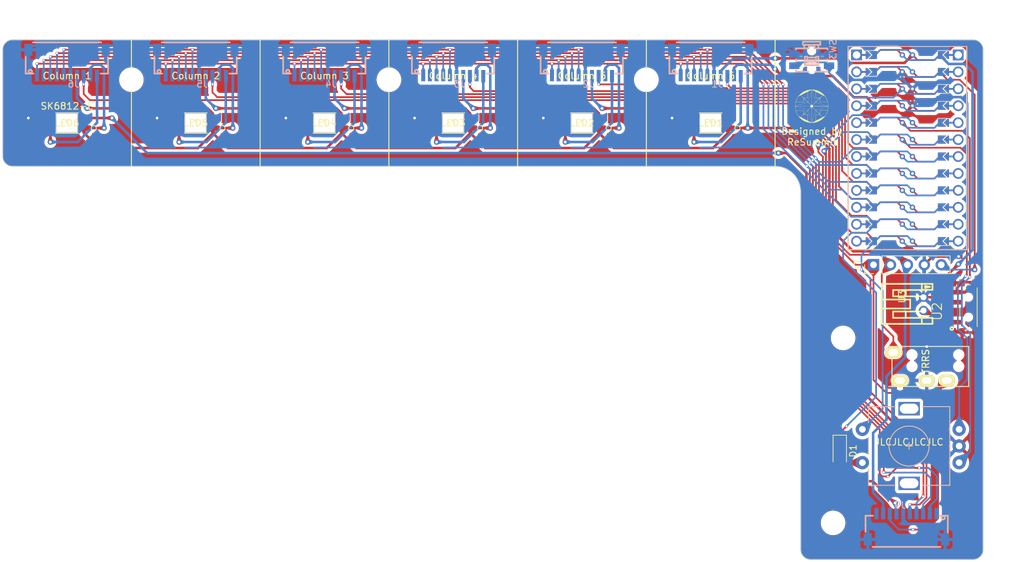
<source format=kicad_pcb>
(kicad_pcb (version 20221018) (generator pcbnew)
  (layers (0 "F.Cu" signal) (31 "B.Cu" signal) (34 "B.Paste" user) (35 "F.Paste" user) (36 "B.SilkS" user "B.Silkscreen") (37 "F.SilkS" user "F.Silkscreen") (38 "B.Mask" user) (39 "F.Mask" user) (44 "Edge.Cuts" user))
  (net 0 "")
  (net 1 "GND")
  (net 2 "/Row1")
  (net 3 "/Row2")
  (net 4 "/Row3")
  (net 5 "/Row4")
  (net 6 "/V+")
  (net 7 "SCL")
  (net 8 "SDA")
  (net 9 "/RGB_In1")
  (net 10 "/Col_In1")
  (net 11 "/Col_In2")
  (net 12 "/Col_In3")
  (net 13 "/Col_In4")
  (net 14 "/Col_In5")
  (net 15 "/Col_In6")
  (net 16 "/V_bat")
  (net 17 "RESET")
  (net 18 "ENCA")
  (net 19 "ENCB")
  (net 20 "/RGB_In2")
  (net 21 "/RGB_In3")
  (net 22 "/RGB_In4")
  (net 23 "/RGB_In5")
  (net 24 "/RGB_In6")
  (net 25 "unconnected-(J8-Pad1)")
  (net 26 "Net-(U2-PadL2)")
  (net 27 "/Row5")
  (net 28 "Net-(D1-A)")
  (net 29 "CS")
  (net 30 "/RGB_In7")
  (net 31 "/Col_InT")
  (net 33 "/RGB_Out7")
  (net 34 "/RGB_Out1")
  (net 35 "/RGB_Out2")
  (net 36 "/RGB_Out3")
  (net 37 "/RGB_Out4")
  (net 38 "/RGB_Out5")
  (net 39 "/RGB_Out6")
  (footprint "Seismos-libs:RotaryEncoder_Alps_EC11E-Switch_Vertical_H20mm-keebio_modified" (layer "F.Cu") (at 165.89 80.96 180)
    (fp_text reference "SW1" hide)
    (fp_text value "RotaryEncoder_Switch")
  )
  (footprint "Seismos-libs:MJ-4PP-9" (layer "F.Cu") (at 174.83 69.025 -90)
    (fp_text reference "J8")
    (fp_text value "MJ-4PP-9-Lily58" hide)
  )
  (footprint "Seismos-libs:Hole_M3_3.2mm" (layer "F.Cu") (at 156 64.75)
    (fp_text reference "")
    (fp_text value "Hole_M3_3.2mm")
  )
  (footprint "Seismos-libs:Hole_M3_3.2mm" (layer "F.Cu") (at 87.6 26)
    (fp_text reference "2")
    (fp_text value "Hole_M3_3.2mm")
  )
  (footprint "Connector_PinHeader_2.54mm:PinHeader_1x05_P2.54mm_Vertical" (layer "F.Cu") (at 160.556 53.766 90)
    (fp_text reference "J7")
    (fp_text value "Conn_01x05_Pin")
  )
  (footprint "Seismos-libs:SW_PCM12SMTR" (layer "F.Cu") (at 174.8 60.132 90)
    (fp_text reference "U2")
    (fp_text value "MSK-12C02_SMD_SPDT_SWITCH")
  )
  (footprint "Seismos-libs:Hole_M3_3.2mm" (layer "F.Cu") (at 49 26)
    (fp_text reference "")
    (fp_text value "Hole_M3_3.2mm")
  )
  (footprint "Seismos-libs:CONN-TH_S2B-PH-K-S-GW" (layer "F.Cu") (at 168.0505 59.632 90)
    (fp_text reference "U3")
    (fp_text value "S2B-PH-K-S-GW")
  )
  (footprint "Seismos-libs:Hole_M3_3.2mm" (layer "F.Cu") (at 126.2 26)
    (fp_text reference "4")
    (fp_text value "Hole_M3_3.2mm")
  )
  (footprint "keyboard_reversible:ProMicro" (layer "F.Cu") (at 165.636 36.256 -90)
    (fp_text reference "U1" hide)
    (fp_text value "ProMicro_2-Lily58-cache-Lily58_Pro-rescue")
  )
  (footprint "Seismos-libs:Hole_M3_3.2mm" (layer "F.Cu") (at 154.5 92.5)
    (fp_text reference "")
    (fp_text value "Hole_M3_3.2mm")
  )
  (footprint "Seismos-libs:ReSummit_Logo" (layer "F.Cu") (at 151.3 29.975)
    (fp_text reference "G***" hide)
    (fp_text value "LOGO" hide)
  )
  (footprint "Diode_SMD:D_SOD-123" (layer "F.Cu") (at 155.5 81.7 -90)
    (fp_text reference "D1")
    (fp_text value "1N4148W")
  )
  (footprint "Seismos-libs:SK6812-E" (layer "B.Cu") (at 39.65 32.5)
    (fp_text reference "LED6")
    (fp_text value "SK6812-E")
    (fp_rect (start -1.6256 1.4224) (end 1.5748 -1.4224) (stroke (width 0.12)) (fill none) (layer "Edge.Cuts"))
  )
  (footprint "Seismos-libs:SK6812-E" (layer "B.Cu") (at 136.15 32.5)
    (fp_text reference "LED1")
    (fp_text value "SK6812-E")
    (fp_rect (start -1.6256 1.4224) (end 1.5748 -1.4224) (stroke (width 0.12)) (fill none) (layer "Edge.Cuts"))
  )
  (footprint "Seismos-libs:CONN-SMD_10P-P1.00_SM10B-SRSS-TB-LF-SN" (layer "B.Cu") (at 39.65 21.5)
    (fp_text reference "J6")
    (fp_text value "SM09B-SRSS-TB(LF)(SN)")
  )
  (footprint "Seismos-libs:SK6812-E" (layer "B.Cu") (at 97.55 32.5)
    (fp_text reference "LED3")
    (fp_text value "SK6812-E")
    (fp_rect (start -1.6256 1.4224) (end 1.5748 -1.4224) (stroke (width 0.12)) (fill none) (layer "Edge.Cuts"))
  )
  (footprint "Seismos-libs:SK6812-E" (layer "B.Cu") (at 78.25 32.5)
    (fp_text reference "LED4")
    (fp_text value "SK6812-E")
    (fp_rect (start -1.6256 1.4224) (end 1.5748 -1.4224) (stroke (width 0.12)) (fill none) (layer "Edge.Cuts"))
  )
  (footprint "Seismos-libs:CONN-SMD_10P-P1.00_SM10B-SRSS-TB-LF-SN" (layer "B.Cu") (at 58.95 21.5)
    (fp_text reference "J5")
    (fp_text value "SM09B-SRSS-TB(LF)(SN)")
  )
  (footprint "Seismos-libs:SW-SMD_EVQPUD02K" (layer "B.Cu") (at 151.2875 23.0495 90)
    (fp_text reference "SW3")
    (fp_text value "EVQPUC02K")
  )
  (footprint "Seismos-libs:SK6812-E" (layer "B.Cu") (at 116.85 32.5)
    (fp_text reference "LED2")
    (fp_text value "SK6812-E")
    (fp_rect (start -1.6256 1.4224) (end 1.5748 -1.4224) (stroke (width 0.12)) (fill none) (layer "Edge.Cuts"))
  )
  (footprint "Seismos-libs:CONN-SMD_10P-P1.00_SM10B-SRSS-TB-LF-SN" (layer "B.Cu") (at 136.15 21.5)
    (fp_text reference "J1")
    (fp_text value "SM09B-SRSS-TB(LF)(SN)")
  )
  (footprint "Seismos-libs:CONN-SMD_10P-P1.00_SM10B-SRSS-TB-LF-SN" (layer "B.Cu") (at 165.5 95 180)
    (fp_text reference "J9")
    (fp_text value "SM09B-SRSS-TB(LF)(SN)")
  )
  (footprint "Seismos-libs:CONN-SMD_10P-P1.00_SM10B-SRSS-TB-LF-SN" (layer "B.Cu") (at 97.55 21.5)
    (fp_text reference "J3")
    (fp_text value "SM09B-SRSS-TB(LF)(SN)")
  )
  (footprint "Seismos-libs:CONN-SMD_10P-P1.00_SM10B-SRSS-TB-LF-SN" (layer "B.Cu") (at 78.25 21.5)
    (fp_text reference "J4")
    (fp_text value "SM09B-SRSS-TB(LF)(SN)")
  )
  (footprint "Seismos-libs:SK6812-E" (layer "B.Cu") (at 58.95 32.5)
    (fp_text reference "LED5")
    (fp_text value "SK6812-E")
    (fp_rect (start -1.6256 1.4224) (end 1.5748 -1.4224) (stroke (width 0.12)) (fill none) (layer "Edge.Cuts"))
  )
  (footprint "Seismos-libs:CONN-SMD_10P-P1.00_SM10B-SRSS-TB-LF-SN" (layer "B.Cu") (at 116.85 21.5)
    (fp_text reference "J2")
    (fp_text value "SM09B-SRSS-TB(LF)(SN)")
  )
  (gr_line (start 87.9 20) (end 87.9 39) (stroke (width 0.15)) (layer "F.SilkS"))
  (gr_line (start 107.2 20) (end 107.2 39) (stroke (width 0.15)) (layer "F.SilkS"))
  (gr_line (start 49.3 20) (end 49.3 39) (stroke (width 0.15)) (layer "F.SilkS"))
  (gr_line (start 126.5 20) (end 126.5 39) (stroke (width 0.15)) (layer "F.SilkS"))
  (gr_line (start 145.8 20) (end 145.8 39) (stroke (width 0.15)) (layer "F.SilkS"))
  (gr_line (start 68.6 20) (end 68.6 39) (stroke (width 0.15)) (layer "F.SilkS"))
  (gr_line (start 151.134 98) (end 175.5 98) (stroke (width 0.1)) (layer "Edge.Cuts"))
  (gr_arc (start 175.5 20) (mid 176.56066 20.43934) (end 177 21.5) (stroke (width 0.1)) (layer "Edge.Cuts"))
  (gr_line (start 149.634 42.81) (end 149.634 96.5) (stroke (width 0.1)) (layer "Edge.Cuts"))
  (gr_arc (start 151.134 98) (mid 150.07334 97.56066) (end 149.634 96.5) (stroke (width 0.1)) (layer "Edge.Cuts"))
  (gr_line (start 31.5 39) (end 145.824 39) (stroke (width 0.1)) (layer "Edge.Cuts"))
  (gr_arc (start 31.5 39) (mid 30.43934 38.56066) (end 30 37.5) (stroke (width 0.1)) (layer "Edge.Cuts"))
  (gr_arc (start 30 21.5) (mid 30.43934 20.43934) (end 31.5 20) (stroke (width 0.1)) (layer "Edge.Cuts"))
  (gr_line (start 177 21.5) (end 177 96.5) (stroke (width 0.1)) (layer "Edge.Cuts"))
  (gr_arc (start 177 96.5) (mid 176.56066 97.56066) (end 175.5 98) (stroke (width 0.1)) (layer "Edge.Cuts"))
  (gr_arc (start 145.824 39) (mid 148.518077 40.115923) (end 149.634 42.81) (stroke (width 0.1)) (layer "Edge.Cuts"))
  (gr_line (start 175.5 20) (end 31.5 20) (stroke (width 0.1)) (layer "Edge.Cuts"))
  (gr_line (start 30 21.5) (end 30 37.5) (stroke (width 0.1)) (layer "Edge.Cuts"))
  (gr_text "JLCJLCJLCJLC" (at 165.89 80.96) (layer "F.SilkS") (effects (font (size 1 1)) (justify bottom)))
  (gr_text "Designed by\nReSummit" (at 151.325 35.95) (layer "F.SilkS") (effects (font (size 1 1)) (justify bottom)))
  (gr_text "Column 4" (at 97.55 26) (layer "F.SilkS") (effects (font (size 1 1)) (justify bottom)))
  (gr_text "Column 2" (at 58.95 26) (layer "F.SilkS") (effects (font (size 1 1)) (justify bottom)))
  (gr_text "Column 6" (at 136.15 26) (layer "F.SilkS") (effects (font (size 1 1)) (justify bottom)))
  (gr_text "Column 3" (at 78.25 26) (layer "F.SilkS") (effects (font (size 1 1)) (justify bottom)))
  (gr_text "Column 1" (at 39.65 26) (layer "F.SilkS") (effects (font (size 1 1)) (justify bottom)))
  (gr_text "Column 5" (at 116.85 26) (layer "F.SilkS") (effects (font (size 1 1)) (justify bottom)))
  (segment (start 173.05 57.267) (end 173.835 56.482) (width 0.381) (layer "F.Cu") (net 1))
  (segment (start 175 60.4) (end 171.6 60.4) (width 0.381) (layer "F.Cu") (net 1))
  (segment (start 173.675 63.932) (end 170.645 63.932) (width 0.381) (layer "F.Cu") (net 1))
  (segment (start 166.398 29.906) (end 166.398 27.366) (width 0.381) (layer "F.Cu") (net 1))
  (segment (start 111.05 31.75) (end 114.3 31.75) (width 0.381) (layer "F.Cu") (net 1))
  (segment (start 173.675 63.932) (end 175.875 63.932) (width 0.381) (layer "F.Cu") (net 1))
  (segment (start 169.832 58.632) (end 168.0505 58.632) (width 0.381) (layer "F.Cu") (net 1))
  (segment (start 130.35 31.75) (end 133.6 31.75) (width 0.381) (layer "F.Cu") (net 1))
  (segment (start 175.925 59.475) (end 175 60.4) (width 0.381) (layer "F.Cu") (net 1))
  (segment (start 173.05 57.882) (end 173.05 57.267) (width 0.381) (layer "F.Cu") (net 1))
  (segment (start 173.725 56.382) (end 173.675 56.332) (width 0.381) (layer "F.Cu") (net 1))
  (segment (start 175.875 63.932) (end 175.925 63.882) (width 0.381) (layer "F.Cu") (net 1))
  (segment (start 169.4165 52.5255) (end 168.176 53.766) (width 0.381) (layer "F.Cu") (net 1))
  (segment (start 175.925 56.382) (end 173.725 56.382) (width 0.381) (layer "F.Cu") (net 1))
  (segment (start 170.645 63.932) (end 168.53 66.047) (width 0.381) (layer "F.Cu") (net 1))
  (segment (start 33.85 31.75) (end 37.1 31.75) (width 0.381) (layer "F.Cu") (net 1))
  (segment (start 171.6 60.4) (end 169.832 58.632) (width 0.381) (layer "F.Cu") (net 1))
  (segment (start 91.75 31.75) (end 95 31.75) (width 0.381) (layer "F.Cu") (net 1))
  (segment (start 53.15 31.75) (end 56.4 31.75) (width 0.381) (layer "F.Cu") (net 1))
  (segment (start 175.925 56.382) (end 175.925 59.475) (width 0.381) (layer "F.Cu") (net 1))
  (segment (start 72.45 31.75) (end 75.7 31.75) (width 0.381) (layer "F.Cu") (net 1))
  (segment (start 173.3095 52.5255) (end 169.4165 52.5255) (width 0.381) (layer "F.Cu") (net 1))
  (via (at 72.45 31.75) (size 0.8) (drill 0.4) (layers "F.Cu" "B.Cu") (net 1))
  (via (at 130.35 31.75) (size 0.8) (drill 0.4) (layers "F.Cu" "B.Cu") (net 1))
  (via (at 111.05 31.75) (size 0.8) (drill 0.4) (layers "F.Cu" "B.Cu") (net 1))
  (via (at 91.75 31.75) (size 0.8) (drill 0.4) (layers "F.Cu" "B.Cu") (net 1))
  (via (at 173.3095 52.5255) (size 0.8) (drill 0.4) (layers "F.Cu" "B.Cu") (net 1))
  (via (at 168.53 66.047) (size 0.8) (drill 0.4) (layers "F.Cu" "B.Cu") (net 1))
  (via (at 53.15 31.75) (size 0.8) (drill 0.4) (layers "F.Cu" "B.Cu") (net 1))
  (via (at 151.3 29.975) (size 0.8) (drill 0.4) (layers "F.Cu" "B.Cu") (net 1))
  (via (at 33.85 31.75) (size 0.8) (drill 0.4) (layers "F.Cu" "B.Cu") (net 1))
  (segment (start 78.75 26.75) (end 77.65 27.85) (width 0.381) (layer "B.Cu") (net 1))
  (segment (start 153.8875 22.1995) (end 154.6625 22.1995) (width 0.381) (layer "B.Cu") (net 1))
  (segment (start 78.75 25.385) (end 78.75 26.75) (width 0.381) (layer "B.Cu") (net 1))
  (segment (start 147.978 21.51) (end 147.988 21.5) (width 0.381) (layer "B.Cu") (net 1))
  (segment (start 40.15 25.385) (end 40.15 26.75) (width 0.381) (layer "B.Cu") (net 1))
  (segment (start 111.05 26.35) (end 111.05 25.25) (width 0.381) (layer "B.Cu") (net 1))
  (segment (start 33.85 21.51) (end 34.46 20.9) (width 0.381) (layer "B.Cu") (net 1))
  (segment (start 33.85 26.35) (end 33.85 25.25) (width 0.381) (layer "B.Cu") (net 1))
  (segment (start 166.4 60.2825) (end 168.0505 58.632) (width 0.381) (layer "B.Cu") (net 1))
  (segment (start 174.6 51.235) (end 174.6 29.566378) (width 0.381) (layer "B.Cu") (net 1))
  (segment (start 173.633622 28.6) (end 170.2 28.6) (width 0.381) (layer "B.Cu") (net 1))
  (segment (start 149.1875 22.6995) (end 153.3875 22.6995) (width 0.381) (layer "B.Cu") (net 1))
  (segment (start 168.53 66.047) (end 166.4 63.917) (width 0.381) (layer "B.Cu") (net 1))
  (segment (start 112.55 27.85) (end 111.05 26.35) (width 0.381) (layer "B.Cu") (net 1))
  (segment (start 93.25 27.85) (end 91.75 26.35) (width 0.381) (layer "B.Cu") (net 1))
  (segment (start 168.96 92.65) (end 171.3 94.99) (width 0.381) (layer "B.Cu") (net 1))
  (segment (start 35.35 27.85) (end 33.85 26.35) (width 0.381) (layer "B.Cu") (net 1))
  (segment (start 153.3875 22.6995) (end 153.8875 22.1995) (width 0.381) (layer "B.Cu") (net 1))
  (segment (start 173.39 80.96) (end 171.3 83.05) (width 0.381) (layer "B.Cu") (net 1))
  (segment (start 72.45 31.75) (end 72.45 21.954) (width 0.381) (layer "B.Cu") (net 1))
  (segment (start 130.35 26.35) (end 130.35 25.25) (width 0.381) (layer "B.Cu") (net 1))
  (segment (start 59.45 25.385) (end 59.45 26.75) (width 0.381) (layer "B.Cu") (net 1))
  (segment (start 136.65 26.75) (end 135.55 27.85) (width 0.381) (layer "B.Cu") (net 1))
  (segment (start 40.15 26.75) (end 39.05 27.85) (width 0.381) (layer "B.Cu") (net 1))
  (segment (start 33.85 31.75) (end 33.85 25.25) (width 0.381) (layer "B.Cu") (net 1))
  (segment (start 154.6625 22.1995) (end 156.2 23.737) (width 0.381) (layer "B.Cu") (net 1))
  (segment (start 53.15 31.75) (end 53.15 21.954) (width 0.381) (layer "B.Cu") (net 1))
  (segment (start 77.65 27.85) (end 73.95 27.85) (width 0.381) (layer "B.Cu") (net 1))
  (segment (start 168.894 29.906) (end 166.398 29.906) (width 0.381) (layer "B.Cu") (net 1))
  (segment (start 34.46 20.9) (end 141.34 20.9) (width 0.381) (layer "B.Cu") (net 1))
  (segment (start 173.3095 52.5255) (end 174.6 51.235) (width 0.381) (layer "B.Cu") (net 1))
  (segment (start 147.988 21.5) (end 148.6875 22.1995) (width 0.381) (layer "B.Cu") (net 1))
  (segment (start 168.53 71.997) (end 168.53 66.047) (width 0.381) (layer "B.Cu") (net 1))
  (segment (start 58.35 27.85) (end 54.65 27.85) (width 0.381) (layer "B.Cu") (net 1))
  (segment (start 173.39 80.96) (end 168.53 76.1) (width 0.381) (layer "B.Cu") (net 1))
  (segment (start 135.55 27.85) (end 131.85 27.85) (width 0.381) (layer "B.Cu") (net 1))
  (segment (start 164.874 24.826) (end 164.874 25.842) (width 0.381) (layer "B.Cu") (net 1))
  (segment (start 96.95 27.85) (end 93.25 27.85) (width 0.381) (layer "B.Cu") (net 1))
  (segment (start 163.6835 26.0165) (end 164.874 24.826) (width 0.381) (layer "B.Cu") (net 1))
  (segment (start 141.34 20.9) (end 141.95 21.51) (width 0.381) (layer "B.Cu") (net 1))
  (segment (start 148.6875 22.1995) (end 149.1875 22.6995) (width 0.381) (layer "B.Cu") (net 1))
  (segment (start 33.85 25.25) (end 33.85 21.954) (width 0.381) (layer "B.Cu") (net 1))
  (segment (start 111.05 31.75) (end 111.05 21.954) (width 0.381) (layer "B.Cu") (net 1))
  (segment (start 168.0505 58.632) (end 168.0505 53.8915) (width 0.381) (layer "B.Cu") (net 1))
  (segment (start 130.35 31.75) (end 130.35 21.954) (width 0.381) (layer "B.Cu") (net 1))
  (segment (start 165 91.115) (end 165 91.965) (width 0.381) (layer "B.Cu") (net 1))
  (segment (start 141.95 21.51) (end 147.978 21.51) (width 0.381) (layer "B.Cu") (net 1))
  (segment (start 54.65 27.85) (end 53.15 26.35) (width 0.381) (layer "B.Cu") (net 1))
  (segment (start 168.53 76.1) (end 168.53 71.997) (width 0.381) (layer "B.Cu") (net 1))
  (segment (start 116.25 27.85) (end 112.55 27.85) (width 0.381) (layer "B.Cu") (net 1))
  (segment (start 53.15 26.35) (end 53.15 25.25) (width 0.381) (layer "B.Cu") (net 1))
  (segment (start 166.4 63.917) (end 166.4 60.2825) (width 0.381) (layer "B.Cu") (net 1))
  (segment (start 72.45 26.35) (end 72.45 25.25) (width 0.381) (layer "B.Cu") (net 1))
  (segment (start 98.05 26.75) (end 96.95 27.85) (width 0.381) (layer "B.Cu") (net 1))
  (segment (start 91.75 31.75) (end 91.75 21.954) (width 0.381) (layer "B.Cu") (net 1))
  (segment (start 171.3 83.05) (end 171.3 94.99) (width 0.381) (layer "B.Cu") (net 1))
  (segment (start 174.6 29.566378) (end 173.633622 28.6) (width 0.381) (layer "B.Cu") (net 1))
  (segment (start 165 91.965) (end 165.685 92.65) (width 0.381) (layer "B.Cu") (net 1))
  (segment (start 131.85 27.85) (end 130.35 26.35) (width 0.381) (layer "B.Cu") (net 1))
  (segment (start 159.7 94.99) (end 171.3 94.99) (width 0.381) (layer "B.Cu") (net 1))
  (segment (start 117.35 26.75) (end 116.25 27.85) (width 0.381) (layer "B.Cu") (net 1))
  (segment (start 157.522878 26.0165) (end 163.6835 26.0165) (width 0.381) (layer "B.Cu") (net 1))
  (segment (start 73.95 27.85) (end 72.45 26.35) (width 0.381) (layer "B.Cu") (net 1))
  (segment (start 170.2 28.6) (end 168.894 29.906) (width 0.381) (layer "B.Cu") (net 1))
  (segment (start 117.35 25.385) (end 117.35 26.75) (width 0.381) (layer "B.Cu") (net 1))
  (segment (start 98.05 25.385) (end 98.05 26.75) (width 0.381) (layer "B.Cu") (net 1))
  (segment (start 165.685 92.65) (end 168.96 92.65) (width 0.381) (layer "B.Cu") (net 1))
  (segment (start 91.75 26.35) (end 91.75 25.25) (width 0.381) (layer "B.Cu") (net 1))
  (segment (start 164.874 25.842) (end 166.398 27.366) (width 0.381) (layer "B.Cu") (net 1))
  (segment (start 59.45 26.75) (end 58.35 27.85) (width 0.381) (layer "B.Cu") (net 1))
  (segment (start 156.2 24.693622) (end 157.522878 26.0165) (width 0.381) (layer "B.Cu") (net 1))
  (segment (start 168.0505 53.8915) (end 168.176 53.766) (width 0.381) (layer "B.Cu") (net 1))
  (segment (start 39.05 27.85) (end 35.35 27.85) (width 0.381) (layer "B.Cu") (net 1))
  (segment (start 156.2 23.737) (end 156.2 24.693622) (width 0.381) (layer "B.Cu") (net 1))
  (segment (start 136.65 25.385) (end 136.65 26.75) (width 0.381) (layer "B.Cu") (net 1))
  (segment (start 168.5 83.573844) (end 152.3795 67.453344) (width 0.254) (layer "F.Cu") (net 2))
  (segment (start 166 89.75) (end 167.468791 89.75) (width 0.254) (layer "F.Cu") (net 2))
  (segment (start 167.468791 89.75) (end 168.5 88.718791) (width 0.254) (layer "F.Cu") (net 2))
  (segment (start 97.05 21.49) (end 77.75 21.49) (width 0.254) (layer "F.Cu") (net 2))
  (segment (start 152.385 56.615) (end 152.385 38.307634) (width 0.254) (layer "F.Cu") (net 2))
  (segment (start 152.3795 67.453344) (end 152.3795 56.6205) (width 0.254) (layer "F.Cu") (net 2))
  (segment (start 168.5 88.718791) (end 168.5 83.573844) (width 0.254) (layer "F.Cu") (net 2))
  (segment (start 151.894372 37.817006) (end 151.894372 37.727939) (width 0.254) (layer "F.Cu") (net 2))
  (segment (start 152.385 38.307634) (end 151.894372 37.817006) (width 0.254) (layer "F.Cu") (net 2))
  (segment (start 141.79 21.49) (end 135.65 21.49) (width 0.254) (layer "F.Cu") (net 2))
  (segment (start 135.65 21.49) (end 116.35 21.49) (width 0.254) (layer "F.Cu") (net 2))
  (segment (start 147 26.7) (end 141.79 21.49) (width 0.254) (layer "F.Cu") (net 2))
  (segment (start 58.45 21.49) (end 39.15 21.49) (width 0.254) (layer "F.Cu") (net 2))
  (segment (start 77.75 21.49) (end 58.45 21.49) (width 0.254) (layer "F.Cu") (net 2))
  (segment (start 116.35 21.49) (end 97.05 21.49) (width 0.254) (layer "F.Cu") (net 2))
  (segment (start 152.3795 56.6205) (end 152.385 56.615) (width 0.254) (layer "F.Cu") (net 2))
  (via (at 97.05 21.49) (size 0.4) (drill 0.3) (layers "F.Cu" "B.Cu") (net 2))
  (via (at 151.894372 37.727939) (size 0.4) (drill 0.3) (layers "F.Cu" "B.Cu") (net 2))
  (via (at 77.75 21.49) (size 0.4) (drill 0.3) (layers "F.Cu" "B.Cu") (net 2))
  (via (at 39.15 21.49) (size 0.4) (drill 0.3) (layers "F.Cu" "B.Cu") (net 2))
  (via (at 58.45 21.49) (size 0.4) (drill 0.3) (layers "F.Cu" "B.Cu") (net 2))
  (via (at 135.65 21.49) (size 0.4) (drill 0.3) (layers "F.Cu" "B.Cu") (net 2))
  (via (at 166 89.75) (size 0.4) (drill 0.3) (layers "F.Cu" "B.Cu") (net 2))
  (via (at 116.35 21.49) (size 0.4) (drill 0.3) (layers "F.Cu" "B.Cu") (net 2))
  (via (at 147 26.7) (size 0.4) (drill 0.3) (layers "F.Cu" "B.Cu") (net 2))
  (segment (start 116.35 25.385) (end 116.35 21.49) (width 0.254) (layer "B.Cu") (net 2))
  (segment (start 39.15 25.385) (end 39.15 21.49) (width 0.254) (layer "B.Cu") (net 2))
  (segment (start 166 91.115) (end 166 89.75) (width 0.254) (layer "B.Cu") (net 2))
  (segment (start 157.476 36.399) (end 159.683 36.399) (width 0.254) (layer "B.Cu") (net 2))
  (segment (start 77.75 25.385) (end 77.75 21.49) (width 0.254) (layer "B.Cu") (net 2))
  (segment (start 135.65 25.385) (end 135.65 21.49) (width 0.254) (layer "B.Cu") (net 2))
  (segment (start 58.45 25.385) (end 58.45 21.49) (width 0.254) (layer "B.Cu") (net 2))
  (segment (start 97.05 25.385) (end 97.05 21.49) (width 0.254) (layer "B.Cu") (net 2))
  (segment (start 152.397366 38.32) (end 155.555 38.32) (width 0.254) (layer "B.Cu") (net 2))
  (segment (start 159.683 36.399) (end 160.81 37.526) (width 0.254) (layer "B.Cu") (net 2))
  (segment (start 147 32.833567) (end 151.894372 37.727939) (width 0.254) (layer "B.Cu") (net 2))
  (segment (start 155.555 38.32) (end 157.476 36.399) (width 0.254) (layer "B.Cu") (net 2))
  (segment (start 147 26.7) (end 147 32.833567) (width 0.254) (layer "B.Cu") (net 2))
  (segment (start 151.894372 37.727939) (end 151.894372 37.817006) (width 0.254) (layer "B.Cu") (net 2))
  (segment (start 151.894372 37.817006) (end 152.397366 38.32) (width 0.254) (layer "B.Cu") (net 2))
  (segment (start 146.277708 26.722292) (end 146.277708 26.677708) (width 0.254) (layer "F.Cu") (net 3))
  (segment (start 168.046 83.761896) (end 151.9255 67.641396) (width 0.254) (layer "F.Cu") (net 3))
  (segment (start 96.05 22.0165) (end 76.75 22.0165) (width 0.254) (layer "F.Cu") (net 3))
  (segment (start 151.9255 67.641396) (end 151.9255 46.828553) (width 0.254) (layer "F.Cu") (net 3))
  (segment (start 146.277708 26.677708) (end 141.6165 22.0165) (width 0.254) (layer "F.Cu") (net 3))
  (segment (start 115.35 22.0165) (end 96.05 22.0165) (width 0.254) (layer "F.Cu") (net 3))
  (segment (start 151.9255 46.828553) (end 151.931 46.823053) (width 0.254) (layer "F.Cu") (net 3))
  (segment (start 151.931 38.604874) (end 151.417895 38.091769) (width 0.254) (layer "F.Cu") (net 3))
  (segment (start 168.046 88.4275) (end 168.046 83.761896) (width 0.254) (layer "F.Cu") (net 3))
  (segment (start 167.9735 88.5) (end 168.046 88.4275) (width 0.254) (layer "F.Cu") (net 3))
  (segment (start 141.6165 22.0165) (end 134.65 22.0165) (width 0.254) (layer "F.Cu") (net 3))
  (segment (start 76.75 22.0165) (end 57.45 22.0165) (width 0.254) (layer "F.Cu") (net 3))
  (segment (start 151.931 46.823053) (end 151.931 38.604874) (width 0.254) (layer "F.Cu") (net 3))
  (segment (start 57.45 22.0165) (end 38.15 22.0165) (width 0.254) (layer "F.Cu") (net 3))
  (segment (start 134.65 22.0165) (end 115.35 22.0165) (width 0.254) (layer "F.Cu") (net 3))
  (via (at 115.35 22.0165) (size 0.4) (drill 0.3) (layers "F.Cu" "B.Cu") (net 3))
  (via (at 151.417895 38.091769) (size 0.4) (drill 0.3) (layers "F.Cu" "B.Cu") (net 3))
  (via (at 96.05 22.0165) (size 0.4) (drill 0.3) (layers "F.Cu" "B.Cu") (net 3))
  (via (at 57.45 22.0165) (size 0.4) (drill 0.3) (layers "F.Cu" "B.Cu") (net 3))
  (via (at 38.15 22.0165) (size 0.4) (drill 0.3) (layers "F.Cu" "B.Cu") (net 3))
  (via (at 134.65 22.0165) (size 0.4) (drill 0.3) (layers "F.Cu" "B.Cu") (net 3))
  (via (at 146.277708 26.722292) (size 0.4) (drill 0.3) (layers "F.Cu" "B.Cu") (net 3))
  (via (at 167.9735 88.5) (size 0.4) (drill 0.3) (layers "F.Cu" "B.Cu") (net 3))
  (via (at 76.75 22.0165) (size 0.4) (drill 0.3) (layers "F.Cu" "B.Cu") (net 3))
  (segment (start 146.288364 32.962238) (end 151.417895 38.091769) (width 0.254) (layer "B.Cu") (net 3))
  (segment (start 115.35 25.385) (end 115.35 22.0165) (width 0.254) (layer "B.Cu") (net 3))
  (segment (start 134.65 25.385) (end 134.65 22.0165) (width 0.254) (layer "B.Cu") (net 3))
  (segment (start 57.45 25.385) (end 57.45 22.0165) (width 0.254) (layer "B.Cu") (net 3))
  (segment (start 151.417895 38.091769) (end 152.122126 38.796) (width 0.254) (layer "B.Cu") (net 3))
  (segment (start 96.05 25.385) (end 96.05 22.0165) (width 0.254) (layer "B.Cu") (net 3))
  (segment (start 146.288364 26.732948) (end 146.288364 32.962238) (width 0.254) (layer "B.Cu") (net 3))
  (segment (start 159.54 38.796) (end 160.81 40.066) (width 0.254) (layer "B.Cu") (net 3))
  (segment (start 167 89.4735) (end 167.9735 88.5) (width 0.254) (layer "B.Cu") (net 3))
  (segment (start 167 91.115) (end 167 89.4735) (width 0.254) (layer "B.Cu") (net 3))
  (segment (start 152.122126 38.796) (end 159.54 38.796) (width 0.254) (layer "B.Cu") (net 3))
  (segment (start 38.15 25.385) (end 38.15 22.0165) (width 0.254) (layer "B.Cu") (net 3))
  (segment (start 76.75 25.385) (end 76.75 22.0165) (width 0.254) (layer "B.Cu") (net 3))
  (segment (start 146.277708 26.722292) (end 146.288364 26.732948) (width 0.254) (layer "B.Cu") (net 3))
  (segment (start 162.089006 78.446954) (end 151.4715 67.829448) (width 0.254) (layer "F.Cu") (net 4))
  (segment (start 145.552708 26.697292) (end 141.398416 22.543) (width 0.254) (layer "F.Cu") (net 4))
  (segment (start 75.75 22.543) (end 56.45 22.543) (width 0.254) (layer "F.Cu") (net 4))
  (segment (start 162.089006 84.889006) (end 162.089006 78.446954) (width 0.254) (layer "F.Cu") (net 4))
  (segment (start 133.65 22.543) (end 114.35 22.543) (width 0.254) (layer "F.Cu") (net 4))
  (segment (start 141.398416 22.543) (end 133.65 22.543) (width 0.254) (layer "F.Cu") (net 4))
  (segment (start 151.4715 38.993098) (end 150.987491 38.509089) (width 0.254) (layer "F.Cu") (net 4))
  (segment (start 162.1 84.9) (end 162.089006 84.889006) (width 0.254) (layer "F.Cu") (net 4))
  (segment (start 114.35 22.543) (end 95.05 22.543) (width 0.254) (layer "F.Cu") (net 4))
  (segment (start 151.4715 67.829448) (end 151.4715 38.993098) (width 0.254) (layer "F.Cu") (net 4))
  (segment (start 56.45 22.543) (end 37.15 22.543) (width 0.254) (layer "F.Cu") (net 4))
  (segment (start 95.05 22.543) (end 75.75 22.543) (width 0.254) (layer "F.Cu") (net 4))
  (via (at 133.65 22.543) (size 0.4) (drill 0.3) (layers "F.Cu" "B.Cu") (net 4))
  (via (at 150.987491 38.509089) (size 0.4) (drill 0.3) (layers "F.Cu" "B.Cu") (net 4))
  (via (at 95.05 22.543) (size 0.4) (drill 0.3) (layers "F.Cu" "B.Cu") (net 4))
  (via (at 145.552708 26.697292) (size 0.4) (drill 0.3) (layers "F.Cu" "B.Cu") (net 4))
  (via (at 56.45 22.543) (size 0.4) (drill 0.3) (layers "F.Cu" "B.Cu") (net 4))
  (via (at 162.1 84.9) (size 0.4) (drill 0.3) (layers "F.Cu" "B.Cu") (net 4))
  (via (at 114.35 22.543) (size 0.4) (drill 0.3) (layers "F.Cu" "B.Cu") (net 4))
  (via (at 75.75 22.543) (size 0.4) (drill 0.3) (layers "F.Cu" "B.Cu") (net 4))
  (via (at 37.15 22.543) (size 0.4) (drill 0.3) (layers "F.Cu" "B.Cu") (net 4))
  (segment (start 159.534419 41.330419) (end 153.808821 41.330419) (width 0.254) (layer "B.Cu") (net 4))
  (segment (start 160.81 42.606) (end 159.534419 41.330419) (width 0.254) (layer "B.Cu") (net 4))
  (segment (start 95.05 22.543) (end 95.05 25.385) (width 0.254) (layer "B.Cu") (net 4))
  (segment (start 145.543738 26.706262) (end 145.543738 33.065336) (width 0.254) (layer "B.Cu") (net 4))
  (segment (start 168.3 84.95) (end 169.15 85.8) (width 0.254) (layer "B.Cu") (net 4))
  (segment (start 168 89.7) (end 168 91.115) (width 0.254) (layer "B.Cu") (net 4))
  (segment (start 162.1 84.9) (end 162.15 84.95) (width 0.254) (layer "B.Cu") (net 4))
  (segment (start 169.15 85.8) (end 169.15 88.55) (width 0.254) (layer "B.Cu") (net 4))
  (segment (start 75.75 22.543) (end 75.75 25.385) (width 0.254) (layer "B.Cu") (net 4))
  (segment (start 37.15 22.543) (end 37.15 25.385) (width 0.254) (layer "B.Cu") (net 4))
  (segment (start 145.543738 33.065336) (end 150.987491 38.509089) (width 0.254) (layer "B.Cu") (net 4))
  (segment (start 114.35 22.543) (end 114.35 25.385) (width 0.254) (layer "B.Cu") (net 4))
  (segment (start 56.45 22.543) (end 56.45 25.385) (width 0.254) (layer "B.Cu") (net 4))
  (segment (start 162.15 84.95) (end 168.3 84.95) (width 0.254) (layer "B.Cu") (net 4))
  (segment (start 169.15 88.55) (end 168 89.7) (width 0.254) (layer "B.Cu") (net 4))
  (segment (start 145.552708 26.697292) (end 145.543738 26.706262) (width 0.254) (layer "B.Cu") (net 4))
  (segment (start 153.808821 41.330419) (end 150.987491 38.509089) (width 0.254) (layer "B.Cu") (net 4))
  (segment (start 133.65 22.543) (end 133.65 25.385) (width 0.254) (layer "B.Cu") (net 4))
  (segment (start 113.3495 23.07) (end 94.0505 23.07) (width 0.254) (layer "F.Cu") (net 5))
  (segment (start 74.7495 23.07) (end 55.4505 23.07) (width 0.254) (layer "F.Cu") (net 5))
  (segment (start 141.180332 23.0695) (end 132.65 23.0695) (width 0.254) (layer "F.Cu") (net 5))
  (segment (start 164 84.25) (end 162.7 85.55) (width 0.254) (layer "F.Cu") (net 5))
  (segment (start 167.4 84.25) (end 164 84.25) (width 0.254) (layer "F.Cu") (net 5))
  (segment (start 151.0175 39.386911) (end 150.565736 38.935147) (width 0.254) (layer "F.Cu") (net 5))
  (segment (start 132.6495 23.07) (end 113.3505 23.07) (width 0.254) (layer "F.Cu") (net 5))
  (segment (start 132.65 23.0695) (end 132.6495 23.07) (width 0.254) (layer "F.Cu") (net 5))
  (segment (start 161.489503 78.489503) (end 151.0175 68.0175) (width 0.254) (layer "F.Cu") (net 5))
  (segment (start 161.870715 85.527) (end 161.489503 85.145788) (width 0.254) (layer "F.Cu") (net 5))
  (segment (start 113.3505 23.07) (end 113.35 23.0695) (width 0.254) (layer "F.Cu") (net 5))
  (segment (start 144.830416 26.719584) (end 141.180332 23.0695) (width 0.254) (layer "F.Cu") (net 5))
  (segment (start 162.677 85.527) (end 161.870715 85.527) (width 0.254) (layer "F.Cu") (net 5))
  (segment (start 151.0175 68.0175) (end 151.0175 39.386911) (width 0.254) (layer "F.Cu") (net 5))
  (segment (start 55.4495 23.07) (end 36.1505 23.07) (width 0.254) (layer "F.Cu") (net 5))
  (segment (start 161.489503 85.145788) (end 161.489503 78.489503) (width 0.254) (layer "F.Cu") (net 5))
  (segment (start 94.0495 23.07) (end 74.7505 23.07) (width 0.254) (layer "F.Cu") (net 5))
  (segment (start 162.7 85.55) (end 162.677 85.527) (width 0.254) (layer "F.Cu") (net 5))
  (via (at 150.565736 38.935147) (size 0.4) (drill 0.3) (layers "F.Cu" "B.Cu") (net 5))
  (via (at 162.7 85.55) (size 0.4) (drill 0.3) (layers "F.Cu" "B.Cu") (net 5))
  (via (at 94.05 23.0695) (size 0.4) (drill 0.3) (layers "F.Cu" "B.Cu") (net 5))
  (via (at 144.830416 26.719584) (size 0.4) (drill 0.3) (layers "F.Cu" "B.Cu") (net 5))
  (via (at 132.65 23.0695) (size 0.4) (drill 0.3) (layers "F.Cu" "B.Cu") (net 5))
  (via (at 74.75 23.0695) (size 0.4) (drill 0.3) (layers "F.Cu" "B.Cu") (net 5))
  (via (at 55.45 23.0695) (size 0.4) (drill 0.3) (layers "F.Cu" "B.Cu") (net 5))
  (via (at 113.35 23.0695) (size 0.4) (drill 0.3) (layers "F.Cu" "B.Cu") (net 5))
  (via (at 36.15 23.0695) (size 0.4) (drill 0.3) (layers "F.Cu" "B.Cu") (net 5))
  (via (at 167.4 84.25) (size 0.4) (drill 0.3) (layers "F.Cu" "B.Cu") (net 5))
  (segment (start 159.54 43.876) (end 160.81 45.146) (width 0.254) (layer "B.Cu") (net 5))
  (segment (start 132.65 25.386) (end 132.65 23.0695) (width 0.254) (layer "B.Cu") (net 5))
  (segment (start 169 89.95) (end 169 91.114) (width 0.254) (layer "B.Cu") (net 5))
  (segment (start 157.276 43.876) (end 159.54 43.876) (width 0.254) (layer "B.Cu") (net 5))
  (segment (start 167.4 84.25) (end 168.8 84.25) (width 0.254) (layer "B.Cu") (net 5))
  (segment (start 154.130589 42.5) (end 155.9 42.5) (width 0.254) (layer "B.Cu") (net 5))
  (segment (start 155.9 42.5) (end 157.276 43.876) (width 0.254) (layer "B.Cu") (net 5))
  (segment (start 74.75 25.386) (end 74.75 23.0695) (width 0.254) (layer "B.Cu") (net 5))
  (segment (start 144.799323 26.750677) (end 144.799323 33.168734) (width 0.254) (layer "B.Cu") (net 5))
  (segment (start 36.15 25.386) (end 36.15 23.0695) (width 0.254) (layer "B.Cu") (net 5))
  (segment (start 94.05 25.386) (end 94.05 23.0695) (width 0.254) (layer "B.Cu") (net 5))
  (segment (start 170.05 88.9) (end 169 89.95) (width 0.254) (layer "B.Cu") (net 5))
  (segment (start 144.799323 33.168734) (end 154.130589 42.5) (width 0.254) (layer "B.Cu") (net 5))
  (segment (start 144.830416 26.719584) (end 144.799323 26.750677) (width 0.254) (layer "B.Cu") (net 5))
  (segment (start 113.35 25.386) (end 113.35 23.0695) (width 0.254) (layer "B.Cu") (net 5))
  (segment (start 170.05 85.5) (end 170.05 88.9) (width 0.254) (layer "B.Cu") (net 5))
  (segment (start 168.8 84.25) (end 170.05 85.5) (width 0.254) (layer "B.Cu") (net 5))
  (segment (start 55.45 25.386) (end 55.45 23.0695) (width 0.254) (layer "B.Cu") (net 5))
  (segment (start 61.4519 33.9545) (end 61.4519 33.2493) (width 0.381) (layer "F.Cu") (net 6))
  (segment (start 138.7 33.25) (end 138.6993 33.2493) (width 0.381) (layer "F.Cu") (net 6))
  (segment (start 157.602378 28.636) (end 159.54 28.636) (width 0.381) (layer "F.Cu") (net 6))
  (segment (start 159.54 28.636) (end 160.81 29.906) (width 0.381) (layer "F.Cu") (net 6))
  (segment (start 119.4 34.0374) (end 117.1867 36.2507) (width 0.381) (layer "F.Cu") (net 6))
  (segment (start 121.6481 36.2507) (end 119.3519 33.9545) (width 0.381) (layer "F.Cu") (net 6))
  (segment (start 42.2 33.25) (end 42.1993 33.2493) (width 0.381) (layer "F.Cu") (net 6))
  (segment (start 165.636 53.766) (end 163.62 51.75) (width 0.381) (layer "F.Cu") (net 6))
  (segment (start 122.4 33.25) (end 119.4 33.25) (width 0.381) (layer "F.Cu") (net 6))
  (segment (start 145.775 24.375) (end 146.84675 25.44675) (width 0.381) (layer "F.Cu") (net 6))
  (segment (start 61.5 33.25) (end 61.5 34.0374) (width 0.381) (layer "F.Cu") (net 6))
  (segment (start 100.1 34.0374) (end 97.8867 36.2507) (width 0.381) (layer "F.Cu") (net 6))
  (segment (start 100.1 33.25) (end 100.1 34.0374) (width 0.381) (layer "F.Cu") (net 6))
  (segment (start 80.8 33.25) (end 80.7993 33.2493) (width 0.381) (layer "F.Cu") (net 6))
  (segment (start 80.8 34.0374) (end 78.5867 36.2507) (width 0.381) (layer "F.Cu") (net 6))
  (segment (start 119.4 33.25) (end 119.4 34.0374) (width 0.381) (layer "F.Cu") (net 6))
  (segment (start 136.4867 36.2507) (end 121.6481 36.2507) (width 0.381) (layer "F.Cu") (net 6))
  (segment (start 146.84675 25.44675) (end 154.413128 25.44675) (width 0.381) (layer "F.Cu") (net 6))
  (segment (start 45.2 33.25) (end 42.2 33.25) (width 0.381) (layer "F.Cu") (net 6))
  (segment (start 78.5867 36.2507) (end 63.7481 36.2507) (width 0.381) (layer "F.Cu") (net 6))
  (segment (start 138.7 34.0374) (end 136.4867 36.2507) (width 0.381) (layer "F.Cu") (net 6))
  (segment (start 59.2867 36.2507) (end 44.4481 36.2507) (width 0.381) (layer "F.Cu") (net 6))
  (segment (start 61.5 33.25) (end 61.4993 33.2493) (width 0.381) (layer "F.Cu") (net 6))
  (segment (start 141.7 33.25) (end 150.85 33.25) (width 0.381) (layer "F.Cu") (net 6))
  (segment (start 83.8 33.25) (end 80.8 33.25) (width 0.381) (layer "F.Cu") (net 6))
  (segment (start 83.0481 36.2507) (end 80.7519 33.9545) (width 0.381) (layer "F.Cu") (net 6))
  (segment (start 153.9425 48.1845) (end 153.9425 36.3425) (width 0.381) (layer "F.Cu") (net 6))
  (segment (start 61.5 34.0374) (end 59.2867 36.2507) (width 0.381) (layer "F.Cu") (net 6))
  (segment (start 117.1867 36.2507) (end 102.3481 36.2507) (width 0.381) (layer "F.Cu") (net 6))
  (segment (start 97.8867 36.2507) (end 83.0481 36.2507) (width 0.381) (layer "F.Cu") (net 6))
  (segment (start 141.7 33.25) (end 138.7 33.25) (width 0.381) (layer "F.Cu") (net 6))
  (segment (start 100.1 33.25) (end 100.0993 33.2493) (width 0.381) (layer "F.Cu") (net 6))
  (segment (start 102.3481 36.2507) (end 100.0519 33.9545) (width 0.381) (layer "F.Cu") (net 6))
  (segment (start 64.5 33.25) (end 61.5 33.25) (width 0.381) (layer "F.Cu") (net 6))
  (segment (start 119.3519 33.9545) (end 119.3519 33.2493) (width 0.381) (layer "F.Cu") (net 6))
  (segment (start 138.7 33.25) (end 138.7 34.0374) (width 0.381) (layer "F.Cu") (net 6))
  (segment (start 103.1 33.25) (end 100.1 33.25) (width 0.381) (layer "F.Cu") (net 6))
  (segment (start 80.8 33.25) (end 80.8 34.0374) (width 0.381) (layer "F.Cu") (net 6))
  (segment (start 42.1519 33.9545) (end 42.1519 33.2493) (width 0.381) (layer "F.Cu") (net 6))
  (segment (start 119.4 33.25) (end 119.3993 33.2493) (width 0.381) (layer "F.Cu") (net 6))
  (segment (start 157.508 51.75) (end 153.9425 48.1845) (width 0.381) (layer "F.Cu") (net 6))
  (segment (start 154.413128 25.44675) (end 157.602378 28.636) (width 0.381) (layer "F.Cu") (net 6))
  (segment (start 153.9425 36.3425) (end 150.85 33.25) (width 0.381) (layer "F.Cu") (net 6))
  (segment (start 63.7481 36.2507) (end 61.4519 33.9545) (width 0.381) (layer "F.Cu") (net 6))
  (segment (start 100.0519 33.9545) (end 100.0519 33.2493) (width 0.381) (layer "F.Cu") (net 6))
  (segment (start 163.62 51.75) (end 157.508 51.75) (width 0.381) (layer "F.Cu") (net 6))
  (segment (start 44.4481 36.2507) (end 42.1519 33.9545) (width 0.381) (layer "F.Cu") (net 6))
  (segment (start 80.7519 33.9545) (end 80.7519 33.2493) (width 0.381) (layer "F.Cu") (net 6))
  (via (at 141.7 33.25) (size 0.8) (drill 0.4) (layers "F.Cu" "B.Cu") (net 6))
  (via (at 103.1 33.25) (size 0.8) (drill 0.4) (layers "F.Cu" "B.Cu") (net 6))
  (via (at 83.8 33.25) (size 0.8) (drill 0.4) (layers "F.Cu" "B.Cu") (net 6))
  (via (at 122.4 33.25) (size 0.8) (drill 0.4) (layers "F.Cu" "B.Cu") (net 6))
  (via (at 145.775 24.375) (size 0.8) (drill 0.4) (layers "F.Cu" "B.Cu") (net 6))
  (via (at 45.2 33.25) (size 0.8) (drill 0.4) (layers "F.Cu" "B.Cu") (net 6))
  (via (at 64.5 33.25) (size 0.8) (drill 0.4) (layers "F.Cu" "B.Cu") (net 6))
  (segment (start 141.2 23.75) (end 140.15 23.75) (width 0.381) (layer "B.Cu") (net 6))
  (segment (start 83.8 33.25) (end 83.8 24.25) (width 0.381) (layer "B.Cu") (net 6))
  (segment (start 162.5 70.495489) (end 162.5 77) (width 0.381) (layer "B.Cu") (net 6))
  (segment (start 140.15 23.75) (end 139.65 24.25) (width 0.381) (layer "B.Cu") (net 6))
  (segment (start 103.1 33.25) (end 103.1 24.25) (width 0.381) (layer "B.Cu") (net 6))
  (segment (start 64.5 24.25) (end 64 23.75) (width 0.381) (layer "B.Cu") (net 6))
  (segment (start 82.25 23.75) (end 81.75 24.25) (width 0.381) (layer "B.Cu") (net 6))
  (segment (start 62.45 24.25) (end 62.45 25.385) (width 0.381) (layer "B.Cu") (net 6))
  (segment (start 45.2 24.25) (end 44.7 23.75) (width 0.381) (layer "B.Cu") (net 6))
  (segment (start 141.7 33.25) (end 141.7 24.25) (width 0.381) (layer "B.Cu") (net 6))
  (segment (start 62.95 23.75) (end 62.45 24.25) (width 0.381) (layer "B.Cu") (net 6))
  (segment (start 101.05 24.25) (end 101.05 25.385) (width 0.381) (layer "B.Cu") (net 6))
  (segment (start 44.7 23.75) (end 43.65 23.75) (width 0.381) (layer "B.Cu") (net 6))
  (segment (start 120.35 24.25) (end 120.35 25.385) (width 0.381) (layer "B.Cu") (net 6))
  (segment (start 43.15 24.25) (end 43.15 25.385) (width 0.381) (layer "B.Cu") (net 6))
  (segment (start 162.5 77) (end 160.5 79) (width 0.381) (layer "B.Cu") (net 6))
  (segment (start 141.7 24.25) (end 141.2 23.75) (width 0.381) (layer "B.Cu") (net 6))
  (segment (start 83.8 24.25) (end 83.3 23.75) (width 0.381) (layer "B.Cu") (net 6))
  (segment (start 139.65 24.25) (end 139.65 25.385) (width 0.381) (layer "B.Cu") (net 6))
  (segment (start 122.4 33.25) (end 122.4 24.25) (width 0.381) (layer "B.Cu") (net 6))
  (segment (start 45.2 33.25) (end 45.2 24.25) (width 0.381) (layer "B.Cu") (net 6))
  (segment (start 81.75 24.25) (end 81.75 25.385) (width 0.381) (layer "B.Cu") (net 6))
  (segment (start 64.5 33.25) (end 64.5 24.25) (width 0.381) (layer "B.Cu") (net 6))
  (segment (start 162 89.5) (end 162 91.115) (width 0.381) (layer "B.Cu") (net 6))
  (segment (start 120.85 23.75) (end 120.35 24.25) (width 0.381) (layer "B.Cu") (net 6))
  (segment (start 165.2895 54.1125) (end 165.2895 67.705989) (width 0.381) (layer "B.Cu") (net 6))
  (segment (start 83.3 23.75) (end 82.25 23.75) (width 0.381) (layer "B.Cu") (net 6))
  (segment (start 165.636 53.766) (end 165.2895 54.1125) (width 0.381) (layer "B.Cu") (net 6))
  (segment (start 165.2895 67.705989) (end 162.5 70.495489) (width 0.381) (layer "B.Cu") (net 6))
  (segment (start 122.4 24.25) (end 121.9 23.75) (width 0.381) (layer "B.Cu") (net 6))
  (segment (start 102.6 23.75) (end 101.55 23.75) (width 0.381) (layer "B.Cu") (net 6))
  (segment (start 145.15 23.75) (end 145.775 24.375) (width 0.381) (layer "B.Cu") (net 6))
  (segment (start 101.55 23.75) (end 101.05 24.25) (width 0.381) (layer "B.Cu") (net 6))
  (segment (start 103.1 24.25) (end 102.6 23.75) (width 0.381) (layer "B.Cu") (net 6))
  (segment (start 160.5 79) (end 160.5 88) (width 0.381) (layer "B.Cu") (net 6))
  (segment (start 43.65 23.75) (end 43.15 24.25) (width 0.381) (layer "B.Cu") (net 6))
  (segment (start 121.9 23.75) (end 120.85 23.75) (width 0.381) (layer "B.Cu") (net 6))
  (segment (start 140.15 23.75) (end 145.15 23.75) (width 0.381) (layer "B.Cu") (net 6))
  (segment (start 64 23.75) (end 62.95 23.75) (width 0.381) (layer "B.Cu") (net 6))
  (segment (start 160.5 88) (end 162 89.5) (width 0.381) (layer "B.Cu") (net 6))
  (segment (start 153.1525 36.702815) (end 153.425 36.975315) (width 0.254) (layer "F.Cu") (net 7))
  (segment (start 153.425 48.683) (end 157.0095 52.2675) (width 0.254) (layer "F.Cu") (net 7))
  (segment (start 161.8 62.8) (end 161.8 55.062) (width 0.254) (layer "F.Cu") (net 7))
  (segment (start 153.425 36.975315) (end 153.425 48.683) (width 0.254) (layer "F.Cu") (net 7))
  (segment (start 163.53 64.53) (end 161.8 62.8) (width 0.254) (layer "F.Cu") (net 7))
  (segment (start 163.53 66.925) (end 163.53 64.53) (width 0.254) (layer "F.Cu") (net 7))
  (segment (start 161.5975 52.2675) (end 163.096 53.766) (width 0.254) (layer "F.Cu") (net 7))
  (segment (start 157.0095 52.2675) (end 161.5975 52.2675) (width 0.254) (layer "F.Cu") (net 7))
  (segment (start 161.8 55.062) (end 163.096 53.766) (width 0.254) (layer "F.Cu") (net 7))
  (via (at 153.1525 36.702815) (size 0.8) (drill 0.4) (layers "F.Cu" "B.Cu") (net 7))
  (segment (start 155.996315 33.859) (end 159.683 33.859) (width 0.254) (layer "B.Cu") (net 7))
  (segment (start 159.683 33.859) (end 160.81 34.986) (width 0.254) (layer "B.Cu") (net 7))
  (segment (start 153.1525 36.702815) (end 155.996315 33.859) (width 0.254) (layer "B.Cu") (net 7))
  (segment (start 171.53 71.125) (end 169.655 73) (width 0.254) (layer "F.Cu") (net 8))
  (segment (start 162.5 73) (end 160.556 71.056) (width 0.254) (layer "F.Cu") (net 8))
  (segment (start 157.865948 53.766) (end 160.556 53.766) (width 0.254) (layer "F.Cu") (net 8))
  (segment (start 169.655 73) (end 162.5 73) (width 0.254) (layer "F.Cu") (net 8))
  (segment (start 152.971 37.549449) (end 152.971 48.871052) (width 0.254) (layer "F.Cu") (net 8))
  (segment (start 152.291385 35.808615) (end 152.291385 36.869834) (width 0.254) (layer "F.Cu") (net 8))
  (segment (start 152.291385 36.869834) (end 152.971 37.549449) (width 0.254) (layer "F.Cu") (net 8))
  (segment (start 152.971 48.871052) (end 157.865948 53.766) (width 0.254) (layer "F.Cu") (net 8))
  (segment (start 160.556 71.056) (end 160.556 53.766) (width 0.254) (layer "F.Cu") (net 8))
  (via (at 152.291385 35.808615) (size 0.8) (drill 0.4) (layers "F.Cu" "B.Cu") (net 8))
  (segment (start 152.916385 35.808615) (end 157.406 31.319) (width 0.254) (layer "B.Cu") (net 8))
  (segment (start 152.291385 35.808615) (end 152.916385 35.808615) (width 0.254) (layer "B.Cu") (net 8))
  (segment (start 159.683 31.319) (end 160.81 32.446) (width 0.254) (layer "B.Cu") (net 8))
  (segment (start 157.406 31.319) (end 159.683 31.319) (width 0.254) (layer "B.Cu") (net 8))
  (segment (start 156.4125 23.4765) (end 165.2075 23.4765) (width 0.381) (layer "F.Cu") (net 9))
  (segment (start 165.2075 23.4765) (end 166.398 22.286) (width 0.381) (layer "F.Cu") (net 9))
  (segment (start 145.824 22.794) (end 155.73 22.794) (width 0.381) (layer "F.Cu") (net 9))
  (segment (start 155.73 22.794) (end 156.4125 23.4765) (width 0.381) (layer "F.Cu") (net 9))
  (via (at 145.824 22.794) (size 0.8) (drill 0.4) (layers "F.Cu" "B.Cu") (net 9))
  (segment (start 137.65 24.68275) (end 137.65 25.385) (width 0.381) (layer "B.Cu") (net 9))
  (segment (start 145.8175 22.8005) (end 139.53225 22.8005) (width 0.381) (layer "B.Cu") (net 9))
  (segment (start 139.53225 22.8005) (end 137.65 24.68275) (width 0.381) (layer "B.Cu") (net 9))
  (segment (start 145.824 22.794) (end 145.8175 22.8005) (width 0.381) (layer "B.Cu") (net 9))
  (segment (start 157.508 36.256) (end 159.54 36.256) (width 0.254) (layer "F.Cu") (net 10))
  (segment (start 156.746 35.494) (end 157.508 36.256) (width 0.254) (layer "F.Cu") (net 10))
  (segment (start 156.746 28.746) (end 156.746 35.494) (width 0.254) (layer "F.Cu") (net 10))
  (segment (start 138.65 26.7) (end 139.25 27.3) (width 0.254) (layer "F.Cu") (net 10))
  (segment (start 159.54 36.256) (end 160.81 37.526) (width 0.254) (layer "F.Cu") (net 10))
  (segment (start 139.25 27.3) (end 155.3 27.3) (width 0.254) (layer "F.Cu") (net 10))
  (segment (start 155.3 27.3) (end 156.746 28.746) (width 0.254) (layer "F.Cu") (net 10))
  (via (at 138.65 26.7) (size 0.4) (drill 0.3) (layers "F.Cu" "B.Cu") (net 10))
  (segment (start 138.65 25.385) (end 138.65 26.7) (width 0.254) (layer "B.Cu") (net 10))
  (segment (start 156.292 37.61491) (end 157.47309 38.796) (width 0.254) (layer "F.Cu") (net 11))
  (segment (start 156.292 28.934052) (end 156.292 37.61491) (width 0.254) (layer "F.Cu") (net 11))
  (segment (start 124.05 26.7) (end 125.327 27.977) (width 0.254) (layer "F.Cu") (net 11))
  (segment (start 159.54 38.796) (end 160.81 40.066) (width 0.254) (layer "F.Cu") (net 11))
  (segment (start 125.327 27.977) (end 127.79595 27.977) (width 0.254) (layer "F.Cu") (net 11))
  (segment (start 128.52295 27.25) (end 138.557947 27.25) (width 0.254) (layer "F.Cu") (net 11))
  (segment (start 127.79595 27.977) (end 128.52295 27.25) (width 0.254) (layer "F.Cu") (net 11))
  (segment (start 139.061947 27.754) (end 155.111948 27.754) (width 0.254) (layer "F.Cu") (net 11))
  (segment (start 119.35 26.7) (end 124.05 26.7) (width 0.254) (layer "F.Cu") (net 11))
  (segment (start 157.47309 38.796) (end 159.54 38.796) (width 0.254) (layer "F.Cu") (net 11))
  (segment (start 138.557947 27.25) (end 139.061947 27.754) (width 0.254) (layer "F.Cu") (net 11))
  (segment (start 155.111948 27.754) (end 156.292 28.934052) (width 0.254) (layer "F.Cu") (net 11))
  (via (at 119.35 26.7) (size 0.4) (drill 0.3) (layers "F.Cu" "B.Cu") (net 11))
  (segment (start 119.35 25.385) (end 119.35 26.7) (width 0.254) (layer "B.Cu") (net 11))
  (segment (start 124.411948 27.704) (end 125.138948 28.431) (width 0.254) (layer "F.Cu") (net 12))
  (segment (start 100.05 27.138) (end 100.616 27.704) (width 0.254) (layer "F.Cu") (net 12))
  (segment (start 138.873895 28.208) (end 154.923896 28.208) (width 0.254) (layer "F.Cu") (net 12))
  (segment (start 128.711002 27.704) (end 138.369895 27.704) (width 0.254) (layer "F.Cu") (net 12))
  (segment (start 157.508 41.336) (end 159.54 41.336) (width 0.254) (layer "F.Cu") (net 12))
  (segment (start 127.984002 28.431) (end 128.711002 27.704) (width 0.254) (layer "F.Cu") (net 12))
  (segment (start 100.616 27.704) (end 124.411948 27.704) (width 0.254) (layer "F.Cu") (net 12))
  (segment (start 159.54 41.336) (end 160.81 42.606) (width 0.254) (layer "F.Cu") (net 12))
  (segment (start 100.05 26.7) (end 100.05 27.138) (width 0.254) (layer "F.Cu") (net 12))
  (segment (start 155.838 39.666) (end 157.508 41.336) (width 0.254) (layer "F.Cu") (net 12))
  (segment (start 155.838 29.122104) (end 155.838 39.666) (width 0.254) (layer "F.Cu") (net 12))
  (segment (start 138.369895 27.704) (end 138.873895 28.208) (width 0.254) (layer "F.Cu") (net 12))
  (segment (start 154.923896 28.208) (end 155.838 29.122104) (width 0.254) (layer "F.Cu") (net 12))
  (segment (start 125.138948 28.431) (end 127.984002 28.431) (width 0.254) (layer "F.Cu") (net 12))
  (via (at 100.05 26.7) (size 0.4) (drill 0.3) (layers "F.Cu" "B.Cu") (net 12))
  (segment (start 100.05 25.385) (end 100.05 26.7) (width 0.254) (layer "B.Cu") (net 12))
  (segment (start 138.181843 28.158) (end 138.685843 28.662) (width 0.254) (layer "F.Cu") (net 13))
  (segment (start 128.172054 28.885) (end 128.899054 28.158) (width 0.254) (layer "F.Cu") (net 13))
  (segment (start 154.735844 28.662) (end 155.384 29.310156) (width 0.254) (layer "F.Cu") (net 13))
  (segment (start 124.223896 28.158) (end 124.950896 28.885) (width 0.254) (layer "F.Cu") (net 13))
  (segment (start 80.75 26.7) (end 80.75 27.35) (width 0.254) (layer "F.Cu") (net 13))
  (segment (start 80.75 27.35) (end 81.558 28.158) (width 0.254) (layer "F.Cu") (net 13))
  (segment (start 155.384 29.310156) (end 155.384 42.006) (width 0.254) (layer "F.Cu") (net 13))
  (segment (start 128.899054 28.158) (end 138.181843 28.158) (width 0.254) (layer "F.Cu") (net 13))
  (segment (start 159.54 43.876) (end 160.81 45.146) (width 0.254) (layer "F.Cu") (net 13))
  (segment (start 157.254 43.876) (end 159.54 43.876) (width 0.254) (layer "F.Cu") (net 13))
  (segment (start 155.384 42.006) (end 157.254 43.876) (width 0.254) (layer "F.Cu") (net 13))
  (segment (start 124.950896 28.885) (end 128.172054 28.885) (width 0.254) (layer "F.Cu") (net 13))
  (segment (start 81.558 28.158) (end 124.223896 28.158) (width 0.254) (layer "F.Cu") (net 13))
  (segment (start 138.685843 28.662) (end 154.735844 28.662) (width 0.254) (layer "F.Cu") (net 13))
  (via (at 80.75 26.7) (size 0.4) (drill 0.3) (layers "F.Cu" "B.Cu") (net 13))
  (segment (start 80.75 25.385) (end 80.75 26.7) (width 0.254) (layer "B.Cu") (net 13))
  (segment (start 148.089908 29.116) (end 154.93 35.956092) (width 0.254) (layer "F.Cu") (net 14))
  (segment (start 62.162 28.612) (end 124.035844 28.612) (width 0.254) (layer "F.Cu") (net 14))
  (segment (start 61.45 27.9) (end 62.162 28.612) (width 0.254) (layer "F.Cu") (net 14))
  (segment (start 157.254 46.416) (end 159.54 46.416) (width 0.254) (layer "F.Cu") (net 14))
  (segment (start 138.497791 29.116) (end 148.089908 29.116) (width 0.254) (layer "F.Cu") (net 14))
  (segment (start 124.762844 29.339) (end 128.360106 29.339) (width 0.254) (layer "F.Cu") (net 14))
  (segment (start 61.45 26.7) (end 61.45 27.9) (width 0.254) (layer "F.Cu") (net 14))
  (segment (start 154.93 35.956092) (end 154.93 44.092) (width 0.254) (layer "F.Cu") (net 14))
  (segment (start 159.54 46.416) (end 160.81 47.686) (width 0.254) (layer "F.Cu") (net 14))
  (segment (start 129.087106 28.612) (end 137.993791 28.612) (width 0.254) (layer "F.Cu") (net 14))
  (segment (start 137.993791 28.612) (end 138.497791 29.116) (width 0.254) (layer "F.Cu") (net 14))
  (segment (start 124.035844 28.612) (end 124.762844 29.339) (width 0.254) (layer "F.Cu") (net 14))
  (segment (start 154.93 44.092) (end 157.254 46.416) (width 0.254) (layer "F.Cu") (net 14))
  (segment (start 128.360106 29.339) (end 129.087106 28.612) (width 0.254) (layer "F.Cu") (net 14))
  (via (at 61.45 26.7) (size 0.4) (drill 0.3) (layers "F.Cu" "B.Cu") (net 14))
  (segment (start 61.45 25.385) (end 61.45 26.7) (width 0.254) (layer "B.Cu") (net 14))
  (segment (start 147.901856 29.57) (end 154.46 36.128144) (width 0.254) (layer "F.Cu") (net 15))
  (segment (start 157.254 48.956) (end 159.54 48.956) (width 0.254) (layer "F.Cu") (net 15))
  (segment (start 154.46 36.128144) (end 154.46 46.162) (width 0.254) (layer "F.Cu") (net 15))
  (segment (start 43.066 29.066) (end 123.847792 29.066) (width 0.254) (layer "F.Cu") (net 15))
  (segment (start 42.15 26.7) (end 42.15 28.15) (width 0.254) (layer "F.Cu") (net 15))
  (segment (start 137.805739 29.066) (end 138.309739 29.57) (width 0.254) (layer "F.Cu") (net 15))
  (segment (start 159.54 48.956) (end 160.81 50.226) (width 0.254) (layer "F.Cu") (net 15))
  (segment (start 123.847792 29.066) (end 124.574792 29.793) (width 0.254) (layer "F.Cu") (net 15))
  (segment (start 154.46 46.162) (end 157.254 48.956) (width 0.254) (layer "F.Cu") (net 15))
  (segment (start 128.548158 29.793) (end 129.275158 29.066) (width 0.254) (layer "F.Cu") (net 15))
  (segment (start 42.15 28.15) (end 43.066 29.066) (width 0.254) (layer "F.Cu") (net 15))
  (segment (start 129.275158 29.066) (end 137.805739 29.066) (width 0.254) (layer "F.Cu") (net 15))
  (segment (start 124.574792 29.793) (end 128.548158 29.793) (width 0.254) (layer "F.Cu") (net 15))
  (segment (start 138.309739 29.57) (end 147.901856 29.57) (width 0.254) (layer "F.Cu") (net 15))
  (via (at 42.15 26.7) (size 0.4) (drill 0.3) (layers "F.Cu" "B.Cu") (net 15))
  (segment (start 42.15 25.385) (end 42.15 26.7) (width 0.254) (layer "B.Cu") (net 15))
  (segment (start 171.2 55.752936) (end 171.2 58.409) (width 0.381) (layer "F.Cu") (net 16))
  (segment (start 171.2 58.409) (end 172.1 59.309) (width 0.381) (layer "F.Cu") (net 16))
  (segment (start 173.276468 53.676468) (end 171.2 55.752936) (width 0.381) (layer "F.Cu") (net 16))
  (segment (start 172.1 59.309) (end 172.7 59.309) (width 0.381) (layer "F.Cu") (net 16))
  (via (at 173.276468 53.676468) (size 0.8) (drill 0.4) (layers "F.Cu" "B.Cu") (net 16))
  (segment (start 174.2355 23.6355) (end 171.8115 23.6355) (width 0.381) (layer "B.Cu") (net 16))
  (segment (start 175.4 24.8) (end 174.2355 23.6355) (width 0.381) (layer "B.Cu") (net 16))
  (segment (start 175.4 51.552936) (end 175.4 24.8) (width 0.381) (layer "B.Cu") (net 16))
  (segment (start 173.276468 53.676468) (end 175.4 51.552936) (width 0.381) (layer "B.Cu") (net 16))
  (segment (start 171.8115 23.6355) (end 170.462 22.286) (width 0.381) (layer "B.Cu") (net 16))
  (segment (start 163.552 28.688) (end 164.874 27.366) (width 0.254) (layer "B.Cu") (net 17))
  (segment (start 153.8875 23.8995) (end 153.8875 24.9375) (width 0.254) (layer "B.Cu") (net 17))
  (segment (start 153.8875 24.9375) (end 157.638 28.688) (width 0.254) (layer "B.Cu") (net 17))
  (segment (start 153.3875 23.3995) (end 153.8875 23.8995) (width 0.254) (layer "B.Cu") (net 17))
  (segment (start 148.6875 23.8995) (end 149.1875 23.3995) (width 0.254) (layer "B.Cu") (net 17))
  (segment (start 149.1875 23.3995) (end 153.3875 23.3995) (width 0.254) (layer "B.Cu") (net 17))
  (segment (start 157.638 28.688) (end 163.552 28.688) (width 0.254) (layer "B.Cu") (net 17))
  (segment (start 166.092 33.664) (end 164.874 32.446) (width 0.254) (layer "F.Cu") (net 18))
  (segment (start 175 55.6) (end 175 34.8) (width 0.254) (layer "F.Cu") (net 18))
  (segment (start 173.864 33.664) (end 166.092 33.664) (width 0.254) (layer "F.Cu") (net 18))
  (segment (start 175 34.8) (end 173.864 33.664) (width 0.254) (layer "F.Cu") (net 18))
  (via (at 175 55.6) (size 0.4) (drill 0.3) (layers "F.Cu" "B.Cu") (net 18))
  (segment (start 173.8 56.8) (end 173.8 62.854) (width 0.254) (layer "B.Cu") (net 18))
  (segment (start 175.054 64.054) (end 175.054 81.796) (width 0.254) (layer "B.Cu") (net 18))
  (segment (start 175.054 81.796) (end 173.39 83.46) (width 0.254) (layer "B.Cu") (net 18))
  (segment (start 173.854 62.854) (end 175.054 64.054) (width 0.254) (layer "B.Cu") (net 18))
  (segment (start 175 55.6) (end 173.8 56.8) (width 0.254) (layer "B.Cu") (net 18))
  (segment (start 173.8 62.854) (end 173.854 62.854) (width 0.254) (layer "B.Cu") (net 18))
  (segment (start 174.546 37.146) (end 173.6 36.2) (width 0.254) (layer "F.Cu") (net 19))
  (segment (start 169.883224 36.204) (end 166.092 36.204) (width 0.254) (layer "F.Cu") (net 19))
  (segment (start 174.546 55.309415) (end 174.546 37.146) (width 0.254) (layer "F.Cu") (net 19))
  (segment (start 166.092 36.204) (end 164.874 34.986) (width 0.254) (layer "F.Cu") (net 19))
  (segment (start 174.392563 55.462852) (end 174.546 55.309415) (width 0.254) (layer "F.Cu") (net 19))
  (segment (start 173.6 36.2) (end 169.887225 36.2) (width 0.254) (layer "F.Cu") (net 19))
  (segment (start 169.887225 36.2) (end 169.883224 36.204) (width 0.254) (layer "F.Cu") (net 19))
  (via (at 174.392563 55.462852) (size 0.4) (drill 0.3) (layers "F.Cu" "B.Cu") (net 19))
  (segment (start 173.39 72.21) (end 173.39 78.46) (width 0.254) (layer "B.Cu") (net 19))
  (segment (start 173.2 63.4) (end 174.6 64.8) (width 0.254) (layer "B.Cu") (net 19))
  (segment (start 174.6 71) (end 173.39 72.21) (width 0.254) (layer "B.Cu") (net 19))
  (segment (start 174.6 64.8) (end 174.6 71) (width 0.254) (layer "B.Cu") (net 19))
  (segment (start 173.2 56.655415) (end 173.2 63.4) (width 0.254) (layer "B.Cu") (net 19))
  (segment (start 174.392563 55.462852) (end 173.2 56.655415) (width 0.254) (layer "B.Cu") (net 19))
  (segment (start 138.65 31.0126) (end 138.65 31.8) (width 0.381) (layer "F.Cu") (net 20))
  (segment (start 137.9367 30.2993) (end 138.65 31.0126) (width 0.381) (layer "F.Cu") (net 20))
  (segment (start 119.8481 30.2993) (end 137.9367 30.2993) (width 0.381) (layer "F.Cu") (net 20))
  (via (at 119.8481 30.2993) (size 0.8) (drill 0.4) (layers "F.Cu" "B.Cu") (net 20))
  (segment (start 118.35 28.8012) (end 118.35 25.385) (width 0.381) (layer "B.Cu") (net 20))
  (segment (start 119.8481 30.2993) (end 118.35 28.8012) (width 0.381) (layer "B.Cu") (net 20))
  (segment (start 100.5481 30.2993) (end 118.6367 30.2993) (width 0.381) (layer "F.Cu") (net 21))
  (segment (start 119.35 31.0126) (end 119.35 31.8) (width 0.381) (layer "F.Cu") (net 21))
  (segment (start 118.6367 30.2993) (end 119.35 31.0126) (width 0.381) (layer "F.Cu") (net 21))
  (via (at 100.5481 30.2993) (size 0.8) (drill 0.4) (layers "F.Cu" "B.Cu") (net 21))
  (segment (start 100.5481 30.2993) (end 99.05 28.8012) (width 0.381) (layer "B.Cu") (net 21))
  (segment (start 99.05 28.8012) (end 99.05 25.385) (width 0.381) (layer "B.Cu") (net 21))
  (segment (start 99.3367 30.2993) (end 100.05 31.0126) (width 0.381) (layer "F.Cu") (net 22))
  (segment (start 81.2481 30.2993) (end 99.3367 30.2993) (width 0.381) (layer "F.Cu") (net 22))
  (segment (start 100.05 31.0126) (end 100.05 31.8) (width 0.381) (layer "F.Cu") (net 22))
  (via (at 81.2481 30.2993) (size 0.8) (drill 0.4) (layers "F.Cu" "B.Cu") (net 22))
  (segment (start 79.75 28.8012) (end 79.75 25.385) (width 0.381) (layer "B.Cu") (net 22))
  (segment (start 81.2481 30.2993) (end 79.75 28.8012) (width 0.381) (layer "B.Cu") (net 22))
  (segment (start 80.75 31.0126) (end 80.75 31.8) (width 0.381) (layer "F.Cu") (net 23))
  (segment (start 61.9481 30.2993) (end 80.0367 30.2993) (width 0.381) (layer "F.Cu") (net 23))
  (segment (start 80.0367 30.2993) (end 80.75 31.0126) (width 0.381) (layer "F.Cu") (net 23))
  (via (at 61.9481 30.2993) (size 0.8) (drill 0.4) (layers "F.Cu" "B.Cu") (net 23))
  (segment (start 61.9481 30.2993) (end 60.45 28.8012) (width 0.381) (layer "B.Cu") (net 23))
  (segment (start 60.45 28.8012) (end 60.45 25.385) (width 0.381) (layer "B.Cu") (net 23))
  (segment (start 61.45 31.0126) (end 61.45 31.8) (width 0.381) (layer "F.Cu") (net 24))
  (segment (start 42.6481 30.2993) (end 60.7367 30.2993) (width 0.381) (layer "F.Cu") (net 24))
  (segment (start 60.7367 30.2993) (end 61.45 31.0126) (width 0.381) (layer "F.Cu") (net 24))
  (via (at 42.6481 30.2993) (size 0.8) (drill 0.4) (layers "F.Cu" "B.Cu") (net 24))
  (segment (start 42.6481 30.2993) (end 41.15 28.8012) (width 0.381) (layer "B.Cu") (net 24))
  (segment (start 41.15 28.8012) (end 41.15 25.385) (width 0.381) (layer "B.Cu") (net 24))
  (segment (start 164.557 71.97) (end 164.53 71.997) (width 0.254) (layer "B.Cu") (net 25))
  (segment (start 171.41 62.309) (end 170.233 61.132) (width 0.381) (layer "F.Cu") (net 26))
  (segment (start 170.233 61.132) (end 168.0505 61.132) (width 0.381) (layer "F.Cu") (net 26))
  (segment (start 172.7 62.309) (end 171.41 62.309) (width 0.381) (layer "F.Cu") (net 26))
  (segment (start 112.35 23.596) (end 93.05 23.596) (width 0.254) (layer "F.Cu") (net 27))
  (segment (start 131.65 23.596) (end 112.35 23.596) (width 0.254) (layer "F.Cu") (net 27))
  (segment (start 144.058124 26.691876) (end 140.962248 23.596) (width 0.254) (layer "F.Cu") (net 27))
  (segment (start 156.5 78) (end 155.5 79) (width 0.254) (layer "F.Cu") (net 27))
  (segment (start 54.45 23.596) (end 35.15 23.596) (width 0.254) (layer "F.Cu") (net 27))
  (segment (start 140.962248 23.596) (end 131.65 23.596) (width 0.254) (layer "F.Cu") (net 27))
  (segment (start 73.75 23.596) (end 54.45 23.596) (width 0.254) (layer "F.Cu") (net 27))
  (segment (start 155.5 79) (end 155.5 80.072) (width 0.254) (layer "F.Cu") (net 27))
  (segment (start 93.05 23.596) (end 73.75 23.596) (width 0.254) (layer "F.Cu") (net 27))
  (via (at 112.35 23.596) (size 0.4) (drill 0.3) (layers "F.Cu" "B.Cu") (net 27))
  (via (at 144.058124 26.691876) (size 0.4) (drill 0.3) (layers "F.Cu" "B.Cu") (net 27))
  (via (at 156.5 78) (size 0.4) (drill 0.3) (layers "F.Cu" "B.Cu") (net 27))
  (via (at 54.45 23.596) (size 0.4) (drill 0.3) (layers "F.Cu" "B.Cu") (net 27))
  (via (at 131.65 23.596) (size 0.4) (drill 0.3) (layers "F.Cu" "B.Cu") (net 27))
  (via (at 93.05 23.596) (size 0.4) (drill 0.3) (layers "F.Cu" "B.Cu") (net 27))
  (via (at 35.15 23.596) (size 0.4) (drill 0.3) (layers "F.Cu" "B.Cu") (net 27))
  (via (at 73.75 23.596) (size 0.4) (drill 0.3) (layers "F.Cu" "B.Cu") (net 27))
  (segment (start 157.254 48.956) (end 159.54 48.956) (width 0.254) (layer "B.Cu") (net 27))
  (segment (start 156 50.21) (end 157.254 48.956) (width 0.254) (layer "B.Cu") (net 27))
  (segment (start 144.055125 26.694875) (end 144.055125 33.405125) (width 0.254) (layer "B.Cu") (net 27))
  (segment (start 144.058124 26.691876) (end 144.055125 26.694875) (width 0.254) (layer "B.Cu") (net 27))
  (segment (start 156 53) (end 156 50.21) (width 0.254) (layer "B.Cu") (net 27))
  (segment (start 159.54 48.956) (end 160.81 47.686) (width 0.254) (layer "B.Cu") (net 27))
  (segment (start 144.055125 33.405125) (end 157.209 46.559) (width 0.254) (layer "B.Cu") (net 27))
  (segment (start 93.05 25.386) (end 93.05 23.596) (width 0.254) (layer "B.Cu") (net 27))
  (segment (start 73.75 25.386) (end 73.75 23.596) (width 0.254) (layer "B.Cu") (net 27))
  (segment (start 157.209 46.559) (end 159.683 46.559) (width 0.254) (layer "B.Cu") (net 27))
  (segment (start 54.45 25.386) (end 54.45 23.596) (width 0.254) (layer "B.Cu") (net 27))
  (segment (start 112.35 25.386) (end 112.35 23.596) (width 0.254) (layer "B.Cu") (net 27))
  (segment (start 156.5 78) (end 160.946 73.554) (width 0.254) (layer "B.Cu") (net 27))
  (segment (start 160.946 57.946) (end 156 53) (width 0.254) (layer "B.Cu") (net 27))
  (segment (start 131.65 25.386) (end 131.65 23.596) (width 0.254) (layer "B.Cu") (net 27))
  (segment (start 35.15 25.386) (end 35.15 23.596) (width 0.254) (layer "B.Cu") (net 27))
  (segment (start 160.946 73.554) (end 160.946 57.946) (width 0.254) (layer "B.Cu") (net 27))
  (segment (start 159.683 46.559) (end 160.81 47.686) (width 0.254) (layer "B.Cu") (net 27))
  (segment (start 158.89 83.46) (end 155.588 83.46) (width 0.254) (layer "F.Cu") (net 28))
  (segment (start 155.588 83.46) (end 155.5 83.372) (width 0.254) (layer "F.Cu") (net 28))
  (segment (start 173.483819 26) (end 171.636 26) (width 0.254) (layer "F.Cu") (net 29))
  (segment (start 175.7265 28.242681) (end 173.483819 26) (width 0.254) (layer "F.Cu") (net 29))
  (segment (start 171.636 26) (end 170.462 24.826) (width 0.254) (layer "F.Cu") (net 29))
  (segment (start 175.7265 54.5) (end 175.7265 28.242681) (width 0.254) (layer "F.Cu") (net 29))
  (via (at 175.7265 54.5) (size 0.8) (drill 0.4) (layers "F.Cu" "B.Cu") (net 29))
  (segment (start 171.45 54.5) (end 175.7265 54.5) (width 0.254) (layer "B.Cu") (net 29))
  (segment (start 170.716 53.766) (end 171.45 54.5) (width 0.254) (layer "B.Cu") (net 29))
  (segment (start 150.5 81) (end 155.75 86.25) (width 0.381) (layer "F.Cu") (net 30))
  (segment (start 150.5 40) (end 150.5 81) (width 0.381) (layer "F.Cu") (net 30))
  (segment (start 147.5 37) (end 150.5 40) (width 0.381) (layer "F.Cu") (net 30))
  (segment (start 146.3 37) (end 147.5 37) (width 0.381) (layer "F.Cu") (net 30))
  (segment (start 46.4 31.75) (end 42.2 31.75) (width 0.381) (layer "F.Cu") (net 30))
  (segment (start 163.7 89.5) (end 163.8 89.5) (width 0.381) (layer "F.Cu") (net 30))
  (segment (start 160.45 86.25) (end 163.7 89.5) (width 0.381) (layer "F.Cu") (net 30))
  (segment (start 155.75 86.25) (end 160.45 86.25) (width 0.381) (layer "F.Cu") (net 30))
  (via (at 146.3 37) (size 0.8) (drill 0.4) (layers "F.Cu" "B.Cu") (net 30))
  (via (at 46.4 31.75) (size 0.8) (drill 0.4) (layers "F.Cu" "B.Cu") (net 30))
  (via (at 163.8 89.5) (size 0.8) (drill 0.4) (layers "F.Cu" "B.Cu") (net 30))
  (segment (start 51.65 37) (end 46.4 31.75) (width 0.381) (layer "B.Cu") (net 30))
  (segment (start 146.3 37) (end 51.65 37) (width 0.381) (layer "B.Cu") (net 30))
  (segment (start 163.9 89.6) (end 163.9 90.15) (width 0.381) (layer "B.Cu") (net 30))
  (segment (start 163.8 89.5) (end 163.9 89.6) (width 0.381) (layer "B.Cu") (net 30))
  (segment (start 158.75 54.5) (end 160.102 55.852) (width 0.254) (layer "F.Cu") (net 31))
  (segment (start 171 92.15) (end 169.65 93.5) (width 0.254) (layer "F.Cu") (net 31))
  (segment (start 160.102 55.852) (end 160.102 72.852) (width 0.254) (layer "F.Cu") (net 31))
  (segment (start 169.65 93.5) (end 166.5 93.5) (width 0.254) (layer "F.Cu") (net 31))
  (segment (start 160.102 72.852) (end 171 83.75) (width 0.254) (layer "F.Cu") (net 31))
  (segment (start 171 83.75) (end 171 92.15) (width 0.254) (layer "F.Cu") (net 31))
  (via (at 158.75 54.5) (size 0.4) (drill 0.3) (layers "F.Cu" "B.Cu") (net 31))
  (via (at 166.5 93.5) (size 0.4) (drill 0.3) (layers "F.Cu" "B.Cu") (net 31))
  (segment (start 163 92.15) (end 164.35 93.5) (width 0.254) (layer "B.Cu") (net 31))
  (segment (start 164.35 93.5) (end 166.5 93.5) (width 0.254) (layer "B.Cu") (net 31))
  (segment (start 158.89 78.46) (end 161.919 75.431) (width 0.254) (layer "B.Cu") (net 31))
  (segment (start 161.919 57.669) (end 158.75 54.5) (width 0.254) (layer "B.Cu") (net 31))
  (segment (start 163 91.115) (end 163 92.15) (width 0.254) (layer "B.Cu") (net 31))
  (segment (start 158.75 54.5) (end 158.75 52.286) (width 0.254) (layer "B.Cu") (net 31))
  (segment (start 158.75 52.286) (end 160.81 50.226) (width 0.254) (layer "B.Cu") (net 31))
  (segment (start 161.919 75.431) (end 161.919 57.669) (width 0.254) (layer "B.Cu") (net 31))
  (segment (start 133.65 33.3) (end 133.6481 33.2981) (width 0.381) (layer "F.Cu") (net 34))
  (segment (start 133.65 35.3488) (end 133.65 33.3) (width 0.381) (layer "F.Cu") (net 34))
  (via (at 133.65 35.3488) (size 0.8) (drill 0.4) (layers "F.Cu" "B.Cu") (net 34))
  (segment (start 137.75 35.3488) (end 140.65 32.4488) (width 0.381) (layer "B.Cu") (net 34))
  (segment (start 133.65 35.3488) (end 137.75 35.3488) (width 0.381) (layer "B.Cu") (net 34))
  (segment (start 140.65 32.4488) (end 140.65 25.385) (width 0.381) (layer "B.Cu") (net 34))
  (segment (start 114.35 35.3488) (end 114.35 33.3) (width 0.381) (layer "F.Cu") (net 35))
  (segment (start 114.35 33.3) (end 114.3481 33.2981) (width 0.381) (layer "F.Cu") (net 35))
  (via (at 114.35 35.3488) (size 0.8) (drill 0.4) (layers "F.Cu" "B.Cu") (net 35))
  (segment (start 118.45 35.3488) (end 121.35 32.4488) (width 0.381) (layer "B.Cu") (net 35))
  (segment (start 114.35 35.3488) (end 118.45 35.3488) (width 0.381) (layer "B.Cu") (net 35))
  (segment (start 121.35 32.4488) (end 121.35 25.385) (width 0.381) (layer "B.Cu") (net 35))
  (segment (start 95.05 33.3) (end 95.0481 33.2981) (width 0.381) (layer "F.Cu") (net 36))
  (segment (start 95.05 35.3488) (end 95.05 33.3) (width 0.381) (layer "F.Cu") (net 36))
  (via (at 95.05 35.3488) (size 0.8) (drill 0.4) (layers "F.Cu" "B.Cu") (net 36))
  (segment (start 102.05 32.4488) (end 102.05 25.385) (width 0.381) (layer "B.Cu") (net 36))
  (segment (start 95.05 35.3488) (end 99.15 35.3488) (width 0.381) (layer "B.Cu") (net 36))
  (segment (start 99.15 35.3488) (end 102.05 32.4488) (width 0.381) (layer "B.Cu") (net 36))
  (segment (start 75.75 35.3488) (end 75.75 33.3) (width 0.381) (layer "F.Cu") (net 37))
  (segment (start 75.75 33.3) (end 75.7481 33.2981) (width 0.381) (layer "F.Cu") (net 37))
  (via (at 75.75 35.3488) (size 0.8) (drill 0.4) (layers "F.Cu" "B.Cu") (net 37))
  (segment (start 82.75 32.4488) (end 82.75 25.385) (width 0.381) (layer "B.Cu") (net 37))
  (segment (start 79.85 35.3488) (end 82.75 32.4488) (width 0.381) (layer "B.Cu") (net 37))
  (segment (start 75.75 35.3488) (end 79.85 35.3488) (width 0.381) (layer "B.Cu") (net 37))
  (segment (start 56.45 35.3488) (end 56.45 33.3) (width 0.381) (layer "F.Cu") (net 38))
  (segment (start 56.45 33.3) (end 56.4481 33.2981) (width 0.381) (layer "F.Cu") (net 38))
  (via (at 56.45 35.3488) (size 0.8) (drill 0.4) (layers "F.Cu" "B.Cu") (net 38))
  (segment (start 60.55 35.3488) (end 63.45 32.4488) (width 0.381) (layer "B.Cu") (net 38))
  (segment (start 63.45 32.4488) (end 63.45 25.385) (width 0.381) (layer "B.Cu") (net 38))
  (segment (start 56.45 35.3488) (end 60.55 35.3488) (width 0.381) (layer "B.Cu") (net 38))
  (segment (start 37.15 33.3) (end 37.1481 33.2981) (width 0.381) (layer "F.Cu") (net 39))
  (segment (start 37.15 35.3488) (end 37.15 33.3) (width 0.381) (layer "F.Cu") (net 39))
  (via (at 37.15 35.3488) (size 0.8) (drill 0.4) (layers "F.Cu" "B.Cu") (net 39))
  (segment (start 44.15 32.4488) (end 44.15 25.385) (width 0.381) (layer "B.Cu") (net 39))
  (segment (start 37.15 35.3488) (end 41.25 35.3488) (width 0.381) (layer "B.Cu") (net 39))
  (segment (start 41.25 35.3488) (end 44.15 32.4488) (width 0.381) (layer "B.Cu") (net 39))
  (zone (net 1) (net_name "GND") (layers "F&B.Cu") (connect_pads (clearance 0.508)) (min_thickness 0.25) (fill yes (thermal_gap 0.5) (thermal_bridge_width 0.5))
    (polygon (pts (xy 29.6 19.6) (xy 177.475 19.625) (xy 177.6 43.4) (xy 177.6 98.2) (xy 149.4 98.4) (xy 148.4 48.2) (xy 148 40.6) (xy 145.2 39.4) (xy 29.6 39.2)))
  )
)
</source>
